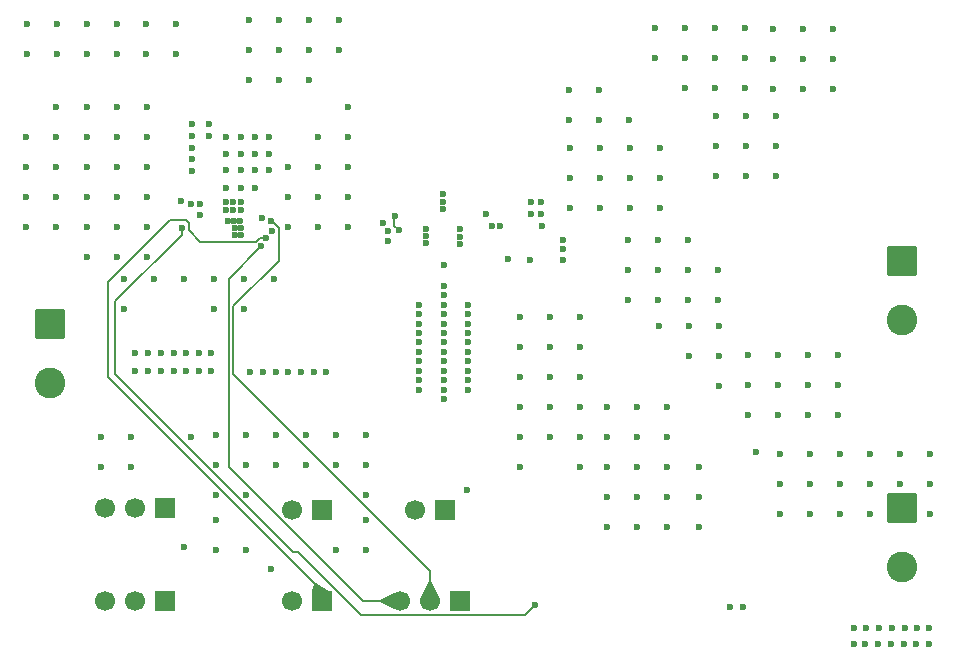
<source format=gbr>
%TF.GenerationSoftware,KiCad,Pcbnew,9.0.4*%
%TF.CreationDate,2025-11-02T21:55:33-03:00*%
%TF.ProjectId,PowerPCB,506f7765-7250-4434-922e-6b696361645f,rev?*%
%TF.SameCoordinates,Original*%
%TF.FileFunction,Copper,L2,Inr*%
%TF.FilePolarity,Positive*%
%FSLAX46Y46*%
G04 Gerber Fmt 4.6, Leading zero omitted, Abs format (unit mm)*
G04 Created by KiCad (PCBNEW 9.0.4) date 2025-11-02 21:55:33*
%MOMM*%
%LPD*%
G01*
G04 APERTURE LIST*
G04 Aperture macros list*
%AMRoundRect*
0 Rectangle with rounded corners*
0 $1 Rounding radius*
0 $2 $3 $4 $5 $6 $7 $8 $9 X,Y pos of 4 corners*
0 Add a 4 corners polygon primitive as box body*
4,1,4,$2,$3,$4,$5,$6,$7,$8,$9,$2,$3,0*
0 Add four circle primitives for the rounded corners*
1,1,$1+$1,$2,$3*
1,1,$1+$1,$4,$5*
1,1,$1+$1,$6,$7*
1,1,$1+$1,$8,$9*
0 Add four rect primitives between the rounded corners*
20,1,$1+$1,$2,$3,$4,$5,0*
20,1,$1+$1,$4,$5,$6,$7,0*
20,1,$1+$1,$6,$7,$8,$9,0*
20,1,$1+$1,$8,$9,$2,$3,0*%
G04 Aperture macros list end*
%TA.AperFunction,ComponentPad*%
%ADD10RoundRect,0.250000X-1.050000X1.050000X-1.050000X-1.050000X1.050000X-1.050000X1.050000X1.050000X0*%
%TD*%
%TA.AperFunction,ComponentPad*%
%ADD11C,2.600000*%
%TD*%
%TA.AperFunction,ComponentPad*%
%ADD12R,1.700000X1.700000*%
%TD*%
%TA.AperFunction,ComponentPad*%
%ADD13C,1.700000*%
%TD*%
%TA.AperFunction,ViaPad*%
%ADD14C,0.600000*%
%TD*%
%TA.AperFunction,Conductor*%
%ADD15C,0.200000*%
%TD*%
G04 APERTURE END LIST*
D10*
%TO.N,V_OUT_5+*%
%TO.C,J5*%
X184377500Y-92500000D03*
D11*
%TO.N,GND*%
X184377500Y-97500000D03*
%TD*%
D12*
%TO.N,\u002ACC_12*%
%TO.C,J8*%
X145700000Y-113600000D03*
D13*
%TO.N,GND*%
X143160000Y-113600000D03*
%TD*%
D10*
%TO.N,V_BAT+*%
%TO.C,J1*%
X112300000Y-97800000D03*
D11*
%TO.N,GND*%
X112300000Y-102800000D03*
%TD*%
D12*
%TO.N,PG_12*%
%TO.C,J2*%
X135300000Y-113600000D03*
D13*
%TO.N,GND*%
X132760000Y-113600000D03*
%TD*%
D10*
%TO.N,V_OUT_12+*%
%TO.C,J4*%
X184377500Y-113400000D03*
D11*
%TO.N,GND*%
X184377500Y-118400000D03*
%TD*%
D12*
%TO.N,VBUS*%
%TO.C,J7*%
X146965000Y-121300000D03*
D13*
%TO.N,SCL*%
X144425000Y-121300000D03*
%TO.N,SDA*%
X141885000Y-121300000D03*
%TD*%
D12*
%TO.N,Net-(J9-Pin_1)*%
%TO.C,J9*%
X122040000Y-121300000D03*
D13*
%TO.N,EN_5*%
X119500000Y-121300000D03*
%TO.N,GND*%
X116960000Y-121300000D03*
%TD*%
D12*
%TO.N,PG_5*%
%TO.C,J10*%
X135300000Y-121300000D03*
D13*
%TO.N,GND*%
X132760000Y-121300000D03*
%TD*%
D12*
%TO.N,Net-(J3-Pin_1)*%
%TO.C,J3*%
X122040000Y-113400000D03*
D13*
%TO.N,EN_12*%
X119500000Y-113400000D03*
%TO.N,GND*%
X116960000Y-113400000D03*
%TD*%
D14*
%TO.N,V_BAT+*%
X112800000Y-81980000D03*
X117960000Y-84500000D03*
X110260000Y-84520000D03*
X120580000Y-100300000D03*
X120500000Y-84500000D03*
X115420000Y-79420000D03*
X110260000Y-81980000D03*
X117960000Y-89580000D03*
X115420000Y-92120000D03*
X118500000Y-96540000D03*
X115420000Y-89580000D03*
X126120000Y-96540000D03*
X117960000Y-81960000D03*
X120500000Y-81960000D03*
X110260000Y-89600000D03*
X121660000Y-100300000D03*
X119500000Y-100300000D03*
X115420000Y-81960000D03*
X112800000Y-89600000D03*
X144100000Y-91000000D03*
X118500000Y-94000000D03*
X123580000Y-94000000D03*
X120500000Y-79420000D03*
X122740000Y-100300000D03*
X121040000Y-94000000D03*
X120500000Y-92120000D03*
X144100000Y-90400000D03*
X120500000Y-87040000D03*
X123600000Y-116700000D03*
X117960000Y-87040000D03*
X115420000Y-87040000D03*
X125900000Y-100300000D03*
X124900000Y-100300000D03*
X117960000Y-92120000D03*
X144100000Y-89800000D03*
X120500000Y-89580000D03*
X128660000Y-96540000D03*
X112800000Y-84520000D03*
X128660000Y-94000000D03*
X112800000Y-87060000D03*
X110260000Y-87060000D03*
X126120000Y-94000000D03*
X117960000Y-79420000D03*
X112800000Y-79440000D03*
X123820000Y-100300000D03*
X115420000Y-84500000D03*
X131200000Y-94000000D03*
%TO.N,PG_5*%
X130549676Y-90568291D03*
%TO.N,EN_5*%
X131024265Y-89924265D03*
%TO.N,V_OUT_12+*%
X152020000Y-107380000D03*
X159420000Y-114980000D03*
X161960000Y-107360000D03*
X174100000Y-113880000D03*
X157100000Y-109920000D03*
X181720000Y-108800000D03*
X184260000Y-111340000D03*
X181720000Y-111340000D03*
X167200000Y-109920000D03*
X181720000Y-113880000D03*
X167200000Y-115000000D03*
X176640000Y-111340000D03*
X161960000Y-109900000D03*
X152020000Y-109920000D03*
X186800000Y-111340000D03*
X161960000Y-114980000D03*
X161960000Y-112440000D03*
X164500000Y-104820000D03*
X186800000Y-113880000D03*
X159420000Y-107360000D03*
X164500000Y-109900000D03*
X157100000Y-99760000D03*
X157100000Y-97220000D03*
X154560000Y-102300000D03*
X147000000Y-90443543D03*
X154560000Y-104840000D03*
X167200000Y-112460000D03*
X157100000Y-107380000D03*
X154560000Y-107380000D03*
X179180000Y-108800000D03*
X159420000Y-112440000D03*
X184260000Y-108800000D03*
X164500000Y-112440000D03*
X176640000Y-108800000D03*
X147000000Y-91100000D03*
X174100000Y-111340000D03*
X161960000Y-104820000D03*
X152020000Y-99760000D03*
X176640000Y-113880000D03*
X152020000Y-102300000D03*
X159420000Y-109900000D03*
X164500000Y-114980000D03*
X152020000Y-97220000D03*
X179180000Y-113880000D03*
X157100000Y-104840000D03*
X154560000Y-99760000D03*
X186800000Y-108800000D03*
X152020000Y-104840000D03*
X164500000Y-107360000D03*
X154560000Y-97220000D03*
X179180000Y-111340000D03*
X157100000Y-102300000D03*
X147000000Y-89800000D03*
X159420000Y-104820000D03*
X174100000Y-108800000D03*
%TO.N,VCC_12*%
X147600000Y-111900000D03*
X141799998Y-89900000D03*
X141500000Y-88700000D03*
X149200000Y-88500000D03*
%TO.N,PG_12*%
X140900000Y-90000000D03*
%TO.N,\u002ACC_12*%
X140875737Y-90824266D03*
%TO.N,EN_12*%
X140500000Y-89300000D03*
%TO.N,V_OUT_5+*%
X168620000Y-80220000D03*
X168580000Y-77840000D03*
X129100000Y-72060000D03*
X134180000Y-72060000D03*
X127200000Y-83400000D03*
X171160000Y-82760000D03*
X176060000Y-75360000D03*
X171160000Y-80220000D03*
X166040000Y-77840000D03*
X128400000Y-86300000D03*
X128400000Y-87500000D03*
X128400000Y-82000000D03*
X127800000Y-87500000D03*
X128400000Y-83400000D03*
X173700000Y-82760000D03*
X173520000Y-72820000D03*
X129600000Y-86300000D03*
X168580000Y-75300000D03*
X131640000Y-74600000D03*
X127200000Y-82000000D03*
X127200000Y-88200000D03*
X127200000Y-86300000D03*
X173520000Y-77900000D03*
X128400000Y-88200000D03*
X166040000Y-75300000D03*
X130800000Y-84800000D03*
X127200000Y-84800000D03*
X168580000Y-72760000D03*
X173700000Y-80220000D03*
X136720000Y-74600000D03*
X130800000Y-83400000D03*
X168620000Y-85300000D03*
X131640000Y-77140000D03*
X171160000Y-85300000D03*
X134180000Y-74600000D03*
X131640000Y-72060000D03*
X178600000Y-75360000D03*
X176060000Y-72820000D03*
X178600000Y-77900000D03*
X166040000Y-72760000D03*
X176060000Y-77900000D03*
X130800000Y-82000000D03*
X127800000Y-88200000D03*
X129600000Y-84800000D03*
X171120000Y-75300000D03*
X129600000Y-83400000D03*
X163500000Y-75300000D03*
X129100000Y-74600000D03*
X173700000Y-85300000D03*
X168620000Y-82760000D03*
X178600000Y-72820000D03*
X171120000Y-72760000D03*
X136720000Y-72060000D03*
X163500000Y-72760000D03*
X173520000Y-75360000D03*
X128400000Y-84800000D03*
X130200000Y-88900000D03*
X134180000Y-77140000D03*
X171120000Y-77840000D03*
X127200000Y-87500000D03*
X129600000Y-82000000D03*
X129100000Y-77140000D03*
%TO.N,SDA*%
X130162239Y-91268217D03*
%TO.N,SCL*%
X130967329Y-89126291D03*
%TO.N,Net-(U1A-FB)*%
X169800000Y-121800000D03*
X152874859Y-92425141D03*
%TO.N,/VCC_5*%
X131000000Y-118600000D03*
X123376000Y-87400000D03*
%TO.N,Net-(R1-Pad2)*%
X170900000Y-121800000D03*
X172000000Y-108700000D03*
X151000000Y-92300000D03*
%TO.N,Net-(U2-VIN)*%
X153300000Y-121600000D03*
X123400000Y-89700000D03*
%TO.N,GND*%
X117900000Y-75000000D03*
X120360000Y-72460000D03*
X158760000Y-78000000D03*
X145600000Y-95400000D03*
X124300000Y-82900000D03*
X143500000Y-103400000D03*
X156260000Y-87980000D03*
X127851719Y-89083792D03*
X183540000Y-123600000D03*
X158800000Y-82900000D03*
X145600000Y-101800000D03*
X117900000Y-72460000D03*
X181380000Y-123600000D03*
X126300000Y-112280000D03*
X171320000Y-103040000D03*
X163800000Y-98000000D03*
X168880000Y-103080000D03*
X143500000Y-97000000D03*
X134960000Y-87060000D03*
X116580000Y-107360000D03*
X124200000Y-107360000D03*
X145600000Y-98600000D03*
X149645412Y-89541868D03*
X143500000Y-101000000D03*
X185700000Y-123600000D03*
X155700000Y-91500000D03*
X145550781Y-87466565D03*
X126300000Y-117000000D03*
X181300000Y-124900000D03*
X166240000Y-93240000D03*
X131380000Y-109740000D03*
X145600000Y-99400000D03*
X145600000Y-92800000D03*
X163700000Y-93240000D03*
X145550781Y-88100000D03*
X128400000Y-89700000D03*
X143500000Y-100200000D03*
X145600000Y-102600000D03*
X171320000Y-100500000D03*
X145544903Y-86787860D03*
X124300000Y-83900000D03*
X182460000Y-123600000D03*
X183460000Y-124900000D03*
X126300000Y-107200000D03*
X137500000Y-89600000D03*
X147650000Y-101800000D03*
X166240000Y-95780000D03*
X186700000Y-123600000D03*
X137500000Y-87060000D03*
X163700000Y-90700000D03*
X158800000Y-85440000D03*
X168880000Y-98000000D03*
X122900000Y-75000000D03*
X185620000Y-124900000D03*
X161340000Y-85440000D03*
X143500000Y-96200000D03*
X161300000Y-80540000D03*
X139000000Y-114460000D03*
X150345412Y-89541868D03*
X121660000Y-101817500D03*
X132420000Y-89600000D03*
X161340000Y-82900000D03*
X182380000Y-124900000D03*
X153800000Y-88500000D03*
X156260000Y-82900000D03*
X115360000Y-75000000D03*
X156220000Y-80540000D03*
X173860000Y-103040000D03*
X178940000Y-100500000D03*
X139000000Y-117000000D03*
X120580000Y-101817500D03*
X126300000Y-109740000D03*
X134960000Y-82000000D03*
X128840000Y-107200000D03*
X128840000Y-109740000D03*
X133920000Y-109740000D03*
X147650000Y-100200000D03*
X136460000Y-109740000D03*
X173860000Y-100500000D03*
X137500000Y-82000000D03*
X125000000Y-88600000D03*
X176400000Y-105580000D03*
X132420000Y-84520000D03*
X145600000Y-103400000D03*
X147650000Y-99400000D03*
X168780000Y-95780000D03*
X122740000Y-101817500D03*
X125700000Y-80900000D03*
X127300000Y-89100000D03*
X161160000Y-90700000D03*
X133920000Y-107200000D03*
X163700000Y-95780000D03*
X180300000Y-123600000D03*
X123820000Y-101817500D03*
X147650000Y-97800000D03*
X168780000Y-93240000D03*
X153000000Y-88500000D03*
X143500000Y-98600000D03*
X128351719Y-89083792D03*
X178940000Y-105580000D03*
X145600000Y-104200000D03*
X119120000Y-107360000D03*
X119500000Y-101817500D03*
X158760000Y-80540000D03*
X128400000Y-90300000D03*
X156260000Y-85440000D03*
X176400000Y-103040000D03*
X127900000Y-90300000D03*
X147650000Y-96200000D03*
X155700000Y-92400000D03*
X134960000Y-89600000D03*
X145600000Y-97800000D03*
X143500000Y-102600000D03*
X137500000Y-79460000D03*
X124300000Y-81900000D03*
X130280000Y-101900000D03*
X158800000Y-87980000D03*
X168880000Y-100540000D03*
X143500000Y-101800000D03*
X145600000Y-101000000D03*
X147650000Y-103400000D03*
X161340000Y-87980000D03*
X184540000Y-124900000D03*
X155700000Y-90700000D03*
X178940000Y-103040000D03*
X128840000Y-112280000D03*
X131360000Y-101900000D03*
X153900000Y-89500000D03*
X127900000Y-89700000D03*
X124900000Y-101817500D03*
X110280000Y-75000000D03*
X153000000Y-87500000D03*
X112820000Y-75000000D03*
X129200000Y-101900000D03*
X171320000Y-105580000D03*
X163880000Y-85440000D03*
X125700000Y-81900000D03*
X163880000Y-82900000D03*
X166340000Y-100540000D03*
X136460000Y-107200000D03*
X136460000Y-117000000D03*
X173860000Y-105580000D03*
X176400000Y-100500000D03*
X145600000Y-96200000D03*
X112820000Y-72460000D03*
X132420000Y-87060000D03*
X132440000Y-101900000D03*
X161160000Y-95780000D03*
X145600000Y-100200000D03*
X131380000Y-107200000D03*
X115360000Y-72460000D03*
X163880000Y-87980000D03*
X180300000Y-124900000D03*
X156220000Y-78000000D03*
X120360000Y-75000000D03*
X147650000Y-102600000D03*
X145600000Y-97000000D03*
X186700000Y-124900000D03*
X161160000Y-93240000D03*
X147650000Y-97000000D03*
X133520000Y-101900000D03*
X134960000Y-84520000D03*
X145600000Y-94600000D03*
X116580000Y-109900000D03*
X166240000Y-90700000D03*
X139000000Y-112280000D03*
X184620000Y-123600000D03*
X139000000Y-107200000D03*
X124200000Y-87700000D03*
X134600000Y-101900000D03*
X122900000Y-72460000D03*
X143500000Y-97800000D03*
X137500000Y-84520000D03*
X166340000Y-98000000D03*
X126300000Y-114460000D03*
X143500000Y-99400000D03*
X153800000Y-87500000D03*
X125900000Y-101817500D03*
X128840000Y-117000000D03*
X119120000Y-109900000D03*
X124300000Y-80900000D03*
X139000000Y-109740000D03*
X147650000Y-101000000D03*
X135600000Y-101900000D03*
X110280000Y-72460000D03*
X124300000Y-84900000D03*
X125000000Y-87700000D03*
X147650000Y-98600000D03*
%TD*%
D15*
%TO.N,PG_5*%
X124000000Y-89300000D02*
X124000000Y-89900000D01*
X135300000Y-121300000D02*
X135300000Y-120430057D01*
X117200000Y-94300000D02*
X122449943Y-89050057D01*
X135300000Y-120430057D02*
X117200000Y-102330057D01*
X125001000Y-90901000D02*
X129679513Y-90901000D01*
X129679513Y-90901000D02*
X130012222Y-90568291D01*
X123750057Y-89050057D02*
X124000000Y-89300000D01*
X122449943Y-89050057D02*
X123750057Y-89050057D01*
X130012222Y-90568291D02*
X130549676Y-90568291D01*
X124000000Y-89900000D02*
X125001000Y-90901000D01*
X117200000Y-102330057D02*
X117200000Y-94300000D01*
%TO.N,VCC_12*%
X141400000Y-89500000D02*
X141400000Y-88800000D01*
X141799998Y-89899998D02*
X141400000Y-89500000D01*
X141799998Y-89900000D02*
X141799998Y-89899998D01*
X141400000Y-88800000D02*
X141500000Y-88700000D01*
%TO.N,SDA*%
X141885000Y-121300000D02*
X138800000Y-121300000D01*
X138800000Y-121300000D02*
X127400000Y-109900000D01*
X127400000Y-94030456D02*
X130162239Y-91268217D01*
X127400000Y-109900000D02*
X127400000Y-94030456D01*
%TO.N,SCL*%
X144425000Y-118725000D02*
X127800000Y-102100000D01*
X144425000Y-121300000D02*
X144425000Y-118725000D01*
X127800000Y-102100000D02*
X127800000Y-96300000D01*
X131625265Y-89675322D02*
X131076234Y-89126291D01*
X131076234Y-89126291D02*
X130967329Y-89126291D01*
X131625265Y-92474735D02*
X131625265Y-89675322D01*
X127800000Y-96300000D02*
X131625265Y-92474735D01*
%TO.N,Net-(U2-VIN)*%
X123400000Y-90300000D02*
X117800000Y-95900000D01*
X152449000Y-122451000D02*
X153300000Y-121600000D01*
X133232900Y-117100000D02*
X138583900Y-122451000D01*
X123400000Y-89700000D02*
X123400000Y-90300000D01*
X132810057Y-117100000D02*
X133232900Y-117100000D01*
X117800000Y-102089943D02*
X132810057Y-117100000D01*
X117800000Y-95900000D02*
X117800000Y-102089943D01*
X138583900Y-122451000D02*
X152449000Y-122451000D01*
%TD*%
%TA.AperFunction,Conductor*%
%TO.N,PG_5*%
G36*
X134791655Y-119777307D02*
G01*
X135011359Y-119913829D01*
X135863898Y-120443590D01*
X135869117Y-120450868D01*
X135867661Y-120459703D01*
X135867424Y-120460068D01*
X135308642Y-121288935D01*
X135301176Y-121293879D01*
X135292401Y-121292096D01*
X135290668Y-121290668D01*
X134455244Y-120455244D01*
X134451817Y-120446971D01*
X134452504Y-120443020D01*
X134641467Y-119916292D01*
X134644203Y-119911976D01*
X134777208Y-119778971D01*
X134785480Y-119775545D01*
X134791655Y-119777307D01*
G37*
%TD.AperFunction*%
%TD*%
%TA.AperFunction,Conductor*%
%TO.N,SDA*%
G36*
X141418503Y-120601821D02*
G01*
X141881640Y-121293490D01*
X141883395Y-121302271D01*
X141881640Y-121306510D01*
X141418503Y-121998178D01*
X141411052Y-122003145D01*
X141403541Y-122002129D01*
X140207793Y-121403235D01*
X140201931Y-121396466D01*
X140201333Y-121392774D01*
X140201333Y-121207225D01*
X140204760Y-121198952D01*
X140207790Y-121196765D01*
X141403543Y-120597869D01*
X141412473Y-120597229D01*
X141418503Y-120601821D01*
G37*
%TD.AperFunction*%
%TD*%
%TA.AperFunction,Conductor*%
%TO.N,SCL*%
G36*
X144526048Y-119619760D02*
G01*
X144528236Y-119622793D01*
X145127129Y-120818541D01*
X145127770Y-120827473D01*
X145123178Y-120833503D01*
X144431510Y-121296640D01*
X144422729Y-121298395D01*
X144418490Y-121296640D01*
X143726821Y-120833503D01*
X143721854Y-120826052D01*
X143722869Y-120818543D01*
X144321764Y-119622792D01*
X144328533Y-119616931D01*
X144332225Y-119616333D01*
X144517775Y-119616333D01*
X144526048Y-119619760D01*
G37*
%TD.AperFunction*%
%TD*%
M02*

</source>
